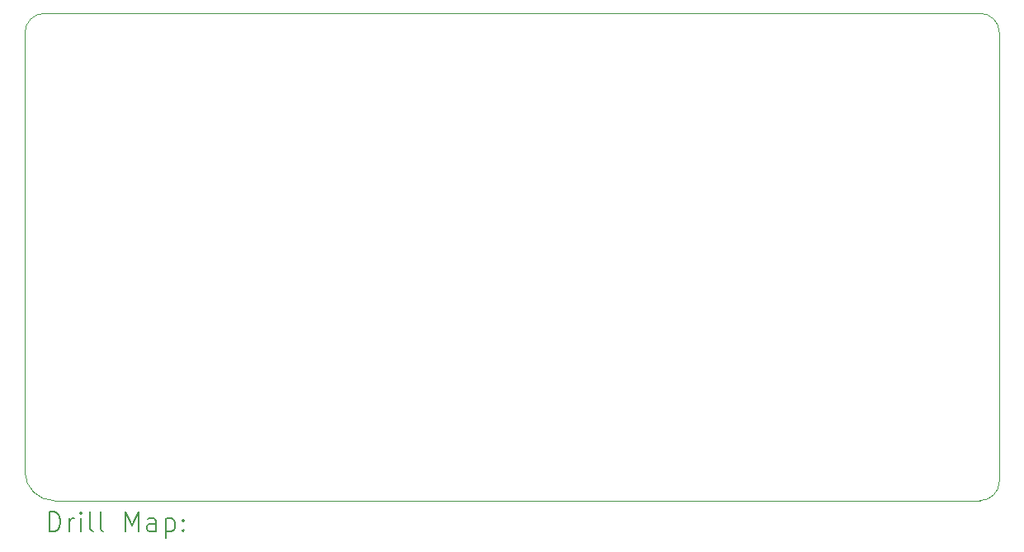
<source format=gbr>
%FSLAX45Y45*%
G04 Gerber Fmt 4.5, Leading zero omitted, Abs format (unit mm)*
G04 Created by KiCad (PCBNEW (6.0.6)) date 2022-12-03 11:10:41*
%MOMM*%
%LPD*%
G01*
G04 APERTURE LIST*
%TA.AperFunction,Profile*%
%ADD10C,0.100000*%
%TD*%
%ADD11C,0.200000*%
G04 APERTURE END LIST*
D10*
X10000000Y-11700000D02*
G75*
G03*
X10300000Y-12000000I300000J0D01*
G01*
X10000000Y-7200000D02*
X10000000Y-11700000D01*
X19800000Y-7000000D02*
X10200000Y-7000000D01*
X10200000Y-7000000D02*
G75*
G03*
X10000000Y-7200000I0J-200000D01*
G01*
X20000000Y-11800000D02*
X20000000Y-7200000D01*
X19800000Y-12000000D02*
G75*
G03*
X20000000Y-11800000I0J200000D01*
G01*
X20000000Y-7200000D02*
G75*
G03*
X19800000Y-7000000I-200000J0D01*
G01*
X10300000Y-12000000D02*
X19800000Y-12000000D01*
D11*
X10252619Y-12315476D02*
X10252619Y-12115476D01*
X10300238Y-12115476D01*
X10328810Y-12125000D01*
X10347857Y-12144048D01*
X10357381Y-12163095D01*
X10366905Y-12201190D01*
X10366905Y-12229762D01*
X10357381Y-12267857D01*
X10347857Y-12286905D01*
X10328810Y-12305952D01*
X10300238Y-12315476D01*
X10252619Y-12315476D01*
X10452619Y-12315476D02*
X10452619Y-12182143D01*
X10452619Y-12220238D02*
X10462143Y-12201190D01*
X10471667Y-12191667D01*
X10490714Y-12182143D01*
X10509762Y-12182143D01*
X10576429Y-12315476D02*
X10576429Y-12182143D01*
X10576429Y-12115476D02*
X10566905Y-12125000D01*
X10576429Y-12134524D01*
X10585952Y-12125000D01*
X10576429Y-12115476D01*
X10576429Y-12134524D01*
X10700238Y-12315476D02*
X10681190Y-12305952D01*
X10671667Y-12286905D01*
X10671667Y-12115476D01*
X10805000Y-12315476D02*
X10785952Y-12305952D01*
X10776429Y-12286905D01*
X10776429Y-12115476D01*
X11033571Y-12315476D02*
X11033571Y-12115476D01*
X11100238Y-12258333D01*
X11166905Y-12115476D01*
X11166905Y-12315476D01*
X11347857Y-12315476D02*
X11347857Y-12210714D01*
X11338333Y-12191667D01*
X11319286Y-12182143D01*
X11281190Y-12182143D01*
X11262143Y-12191667D01*
X11347857Y-12305952D02*
X11328809Y-12315476D01*
X11281190Y-12315476D01*
X11262143Y-12305952D01*
X11252619Y-12286905D01*
X11252619Y-12267857D01*
X11262143Y-12248809D01*
X11281190Y-12239286D01*
X11328809Y-12239286D01*
X11347857Y-12229762D01*
X11443095Y-12182143D02*
X11443095Y-12382143D01*
X11443095Y-12191667D02*
X11462143Y-12182143D01*
X11500238Y-12182143D01*
X11519286Y-12191667D01*
X11528809Y-12201190D01*
X11538333Y-12220238D01*
X11538333Y-12277381D01*
X11528809Y-12296428D01*
X11519286Y-12305952D01*
X11500238Y-12315476D01*
X11462143Y-12315476D01*
X11443095Y-12305952D01*
X11624048Y-12296428D02*
X11633571Y-12305952D01*
X11624048Y-12315476D01*
X11614524Y-12305952D01*
X11624048Y-12296428D01*
X11624048Y-12315476D01*
X11624048Y-12191667D02*
X11633571Y-12201190D01*
X11624048Y-12210714D01*
X11614524Y-12201190D01*
X11624048Y-12191667D01*
X11624048Y-12210714D01*
M02*

</source>
